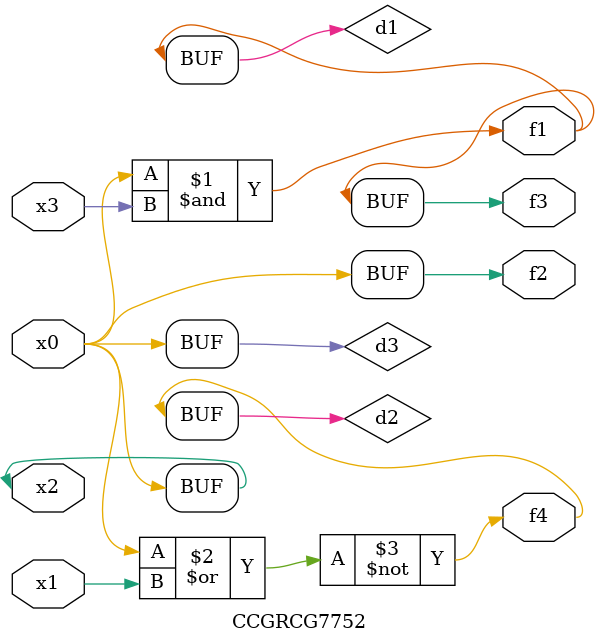
<source format=v>
module CCGRCG7752(
	input x0, x1, x2, x3,
	output f1, f2, f3, f4
);

	wire d1, d2, d3;

	and (d1, x2, x3);
	nor (d2, x0, x1);
	buf (d3, x0, x2);
	assign f1 = d1;
	assign f2 = d3;
	assign f3 = d1;
	assign f4 = d2;
endmodule

</source>
